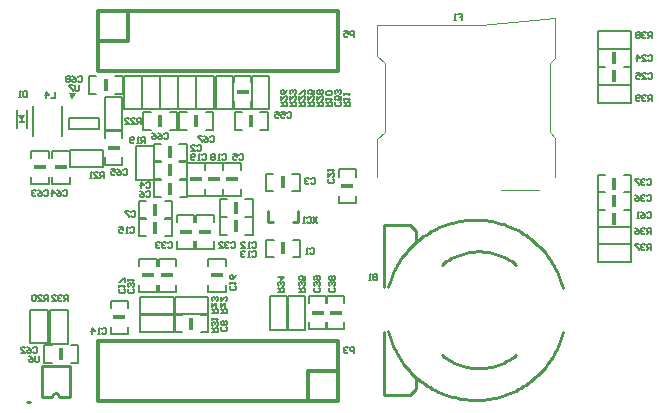
<source format=gbo>
G04*
G04 #@! TF.GenerationSoftware,Altium Limited,Altium Designer,22.7.1 (60)*
G04*
G04 Layer_Color=32896*
%FSLAX44Y44*%
%MOMM*%
G71*
G04*
G04 #@! TF.SameCoordinates,186F2EC3-0C17-4490-BAB8-18F5E94287E0*
G04*
G04*
G04 #@! TF.FilePolarity,Positive*
G04*
G01*
G75*
%ADD10C,0.2540*%
%ADD12C,0.2032*%
%ADD13C,0.2000*%
%ADD14C,0.1270*%
%ADD15C,0.1524*%
%ADD17R,0.4064X0.9906*%
%ADD18R,0.9906X0.4064*%
%ADD136C,0.1000*%
%ADD137C,0.3048*%
%ADD138R,0.6000X0.2000*%
G36*
X11430Y-98640D02*
X8430Y-92640D01*
X14430D01*
X11430Y-98640D01*
D02*
G37*
G36*
X54160Y-80280D02*
X51160Y-74030D01*
X57160D01*
X54160Y-80280D01*
D02*
G37*
G54D10*
X469362Y-239645D02*
X468713Y-237173D01*
X467981Y-234725D01*
X467168Y-232302D01*
X466274Y-229908D01*
X465300Y-227545D01*
X464247Y-225217D01*
X463117Y-222924D01*
X461910Y-220672D01*
X460629Y-218460D01*
X459274Y-216293D01*
X457848Y-214173D01*
X456351Y-212102D01*
X454785Y-210082D01*
X453153Y-208116D01*
X451455Y-206205D01*
X449695Y-204353D01*
X447873Y-202560D01*
X445992Y-200830D01*
X444055Y-199164D01*
X442062Y-197563D01*
X440017Y-196031D01*
X437922Y-194568D01*
X435779Y-193176D01*
X433590Y-191856D01*
X431358Y-190611D01*
X429086Y-189441D01*
X426776Y-188348D01*
X424431Y-187333D01*
X422052Y-186398D01*
X419644Y-185542D01*
X417209Y-184768D01*
X414748Y-184076D01*
X412267Y-183467D01*
X409766Y-182941D01*
X407248Y-182500D01*
X404718Y-182143D01*
X402177Y-181872D01*
X399628Y-181685D01*
X397074Y-181585D01*
X394519Y-181570D01*
X391964Y-181640D01*
X389413Y-181797D01*
X386869Y-182038D01*
X384335Y-182365D01*
X381812Y-182777D01*
X379305Y-183273D01*
X376816Y-183853D01*
X374348Y-184516D01*
X371904Y-185261D01*
X369486Y-186088D01*
X367097Y-186996D01*
X364739Y-187983D01*
X362417Y-189049D01*
X360131Y-190192D01*
X357885Y-191411D01*
X355681Y-192704D01*
X353521Y-194071D01*
X351409Y-195509D01*
X349346Y-197018D01*
X347335Y-198594D01*
X345378Y-200238D01*
X343477Y-201946D01*
X341634Y-203717D01*
X339852Y-205548D01*
X338132Y-207439D01*
X336477Y-209386D01*
X334888Y-211387D01*
X333366Y-213440D01*
X331915Y-215544D01*
X330535Y-217695D01*
X329227Y-219891D01*
X327994Y-222129D01*
X326837Y-224408D01*
X325757Y-226724D01*
X324756Y-229075D01*
X323833Y-231458D01*
X322991Y-233871D01*
X322231Y-236311D01*
X321552Y-238775D01*
X321665Y-276061D02*
X322308Y-278502D01*
X323031Y-280921D01*
X323834Y-283314D01*
X324716Y-285679D01*
X325676Y-288014D01*
X326712Y-290316D01*
X327825Y-292582D01*
X329011Y-294810D01*
X330271Y-296997D01*
X331603Y-299142D01*
X333004Y-301241D01*
X334475Y-303293D01*
X336013Y-305294D01*
X337616Y-307244D01*
X339283Y-309140D01*
X341012Y-310979D01*
X342800Y-312760D01*
X344647Y-314481D01*
X346550Y-316140D01*
X348507Y-317735D01*
X350515Y-319264D01*
X352573Y-320726D01*
X354678Y-322118D01*
X356829Y-323441D01*
X359021Y-324691D01*
X361255Y-325868D01*
X363525Y-326970D01*
X365831Y-327997D01*
X368170Y-328947D01*
X370539Y-329818D01*
X372936Y-330611D01*
X375357Y-331324D01*
X377801Y-331956D01*
X380265Y-332507D01*
X382745Y-332977D01*
X385239Y-333363D01*
X387745Y-333667D01*
X390260Y-333888D01*
X392781Y-334025D01*
X395304Y-334079D01*
X397828Y-334049D01*
X400350Y-333936D01*
X402867Y-333739D01*
X405375Y-333458D01*
X407873Y-333095D01*
X410358Y-332649D01*
X412827Y-332122D01*
X415276Y-331513D01*
X417704Y-330823D01*
X420108Y-330052D01*
X422486Y-329203D01*
X424833Y-328276D01*
X427149Y-327271D01*
X429430Y-326190D01*
X431674Y-325034D01*
X433879Y-323805D01*
X436041Y-322503D01*
X438160Y-321130D01*
X440231Y-319687D01*
X442254Y-318177D01*
X444226Y-316601D01*
X446144Y-314960D01*
X448007Y-313257D01*
X449813Y-311493D01*
X451559Y-309670D01*
X453243Y-307790D01*
X454865Y-305856D01*
X456422Y-303868D01*
X457912Y-301831D01*
X459333Y-299745D01*
X460685Y-297613D01*
X461965Y-295437D01*
X463173Y-293221D01*
X464306Y-290965D01*
X465365Y-288673D01*
X466347Y-286348D01*
X467251Y-283991D01*
X468076Y-281606D01*
X468822Y-279194D01*
X469488Y-276759D01*
X366688Y-295810D02*
X368689Y-297387D01*
X370768Y-298860D01*
X372921Y-300223D01*
X375140Y-301475D01*
X377421Y-302610D01*
X379757Y-303628D01*
X382142Y-304523D01*
X384570Y-305296D01*
X387035Y-305942D01*
X389529Y-306461D01*
X392047Y-306851D01*
X394581Y-307111D01*
X397126Y-307241D01*
X399674Y-307240D01*
X402218Y-307108D01*
X404753Y-306846D01*
X407270Y-306454D01*
X409764Y-305933D01*
X412228Y-305285D01*
X414656Y-304511D01*
X417040Y-303613D01*
X419375Y-302594D01*
X421655Y-301457D01*
X423874Y-300203D01*
X426025Y-298838D01*
X428103Y-297364D01*
X430103Y-295785D01*
X430161Y-219787D02*
X428159Y-218206D01*
X426078Y-216731D01*
X423924Y-215364D01*
X421703Y-214110D01*
X419421Y-212972D01*
X417082Y-211953D01*
X414695Y-211055D01*
X412265Y-210281D01*
X409798Y-209633D01*
X407301Y-209113D01*
X404780Y-208722D01*
X402243Y-208461D01*
X399696Y-208331D01*
X397145Y-208332D01*
X394598Y-208464D01*
X392061Y-208727D01*
X389540Y-209119D01*
X387044Y-209641D01*
X384577Y-210291D01*
X382147Y-211067D01*
X379760Y-211966D01*
X377423Y-212987D01*
X375141Y-214127D01*
X372921Y-215383D01*
X370768Y-216751D01*
X368689Y-218228D01*
X366688Y-219810D01*
X18132Y-335516D02*
X16132D01*
X18132D01*
X43132Y-331516D02*
X42253Y-329395D01*
X40132Y-328516D01*
X38011Y-329395D01*
X37132Y-331516D01*
X344688Y-324810D02*
Y-314810D01*
X344688Y-200810D02*
X344688Y-190810D01*
X317688Y-329873D02*
Y-276810D01*
Y-329873D02*
X339626D01*
X317688Y-238810D02*
Y-185873D01*
X339751D01*
X344688Y-190810D01*
X339626Y-329873D02*
X344688Y-324810D01*
X245410Y-183800D02*
Y-173800D01*
X219410Y-183800D02*
Y-173800D01*
Y-183800D02*
X223910D01*
X240910D02*
X245410D01*
X43132Y-331516D02*
X51882Y-331516D01*
X52132Y-331266D01*
Y-305766D01*
X28882Y-331516D02*
X37132Y-331516D01*
X28632Y-331266D02*
X28882Y-331516D01*
X28632Y-331266D02*
Y-305766D01*
X52132Y-305766D01*
G54D12*
X261620Y-274384D02*
X268986D01*
X268986Y-267780D02*
X268986Y-274384D01*
X254254Y-246064D02*
X268986D01*
X254254Y-274384D02*
Y-267780D01*
Y-274384D02*
X261620D01*
X268986Y-251778D02*
Y-246064D01*
X254254Y-251778D02*
Y-246064D01*
X276860Y-274384D02*
X284226D01*
X284226Y-267780D02*
X284226Y-274384D01*
X269494Y-246064D02*
X284226D01*
X269494Y-274384D02*
Y-267780D01*
Y-274384D02*
X276860D01*
X284226Y-246064D02*
X284226Y-251778D01*
X269494D02*
Y-246064D01*
X527304Y-29210D02*
Y-21844D01*
X498984D02*
X527304D01*
X498984Y-36576D02*
Y-21844D01*
Y-36576D02*
X527304D01*
Y-29210D01*
Y-74930D02*
Y-67564D01*
X498984D02*
X527304D01*
X498984Y-82296D02*
Y-67564D01*
Y-82296D02*
X527304D01*
Y-74930D01*
Y-195072D02*
Y-187706D01*
X498984D02*
X527304D01*
X498984Y-202438D02*
Y-187706D01*
Y-202438D02*
X527304D01*
Y-195072D01*
Y-209842D02*
Y-202476D01*
X498984D02*
X527304D01*
X498984Y-217208D02*
Y-202476D01*
Y-217208D02*
X527304D01*
Y-209842D01*
X163322Y-261874D02*
X169036D01*
X163322Y-276606D02*
X169036D01*
X140716Y-269240D02*
Y-261874D01*
X147320D01*
X169036Y-276606D02*
Y-261874D01*
X140716Y-276606D02*
X147320D01*
X140716D02*
Y-269240D01*
X521462Y-143510D02*
X527176D01*
X521462Y-158242D02*
X527176D01*
X498856Y-150876D02*
Y-143510D01*
X505460D01*
X527176Y-158242D02*
Y-143510D01*
X498856Y-158242D02*
X505460D01*
X498856D02*
Y-150876D01*
X521462Y-37046D02*
X527176D01*
X521462Y-51778D02*
X527176D01*
X498856Y-44412D02*
Y-37046D01*
X505460D01*
X527176Y-51778D02*
Y-37046D01*
X498856Y-51778D02*
X505460D01*
X498856D02*
Y-44412D01*
X521462Y-52324D02*
X527176D01*
X521462Y-67056D02*
X527176D01*
X498856Y-59690D02*
Y-52324D01*
X505460D01*
X527176Y-67056D02*
Y-52324D01*
X498856Y-67056D02*
X505460D01*
X498856D02*
Y-59690D01*
X228600Y-246126D02*
X235966D01*
Y-274446D02*
Y-246126D01*
X221234Y-274446D02*
X235966D01*
X221234D02*
Y-246126D01*
X228600D01*
X243840D02*
X251206D01*
Y-274446D02*
Y-246126D01*
X236474Y-274446D02*
X251206D01*
X236474D02*
Y-246126D01*
X243840D01*
X42964Y-258064D02*
X50330D01*
Y-286384D02*
Y-258064D01*
X35598Y-286384D02*
X50330D01*
X35598D02*
Y-258064D01*
X42964D01*
X18504Y-286258D02*
X25870D01*
X18504D02*
Y-257938D01*
X33236D01*
Y-286258D02*
Y-257938D01*
X25870Y-286258D02*
X33236D01*
X108204Y-147574D02*
X115570D01*
X108204D02*
Y-119254D01*
X122936D01*
Y-147574D02*
Y-119254D01*
X115570Y-147574D02*
X122936D01*
X81534Y-112268D02*
Y-106554D01*
X96266Y-112268D02*
Y-106554D01*
X81534Y-134874D02*
X88900D01*
X81534D02*
Y-128270D01*
Y-106554D02*
X96266D01*
Y-134874D02*
Y-128270D01*
X88900Y-134874D02*
X96266D01*
X191644Y-105156D02*
X197358D01*
X191644Y-90424D02*
X197358D01*
X219964Y-105156D02*
Y-97790D01*
X213360Y-105156D02*
X219964D01*
X191644D02*
Y-90424D01*
X213360D02*
X219964D01*
Y-97790D02*
Y-90424D01*
X213398Y-59436D02*
X220764D01*
Y-87756D02*
Y-59436D01*
X206032Y-87756D02*
X220764D01*
X206032D02*
Y-59436D01*
X213398D01*
X151384Y-124498D02*
Y-117132D01*
X144780D02*
X151384D01*
X123064Y-131864D02*
Y-117132D01*
X144780Y-131864D02*
X151384D01*
Y-124498D01*
X123064Y-117132D02*
X128778D01*
X123064Y-131864D02*
X128778D01*
X246634Y-149860D02*
Y-142494D01*
X240030D02*
X246634D01*
X218314Y-157226D02*
Y-142494D01*
X240030Y-157226D02*
X246634D01*
Y-149860D01*
X218314Y-142494D02*
X224028D01*
X218314Y-157226D02*
X224028D01*
X218186Y-213068D02*
Y-205702D01*
Y-213068D02*
X224790D01*
X246506D02*
Y-198336D01*
X218186D02*
X224790D01*
X218186Y-205702D02*
Y-198336D01*
X240792Y-213068D02*
X246506D01*
X240792Y-198336D02*
X246506D01*
X279654Y-138938D02*
X287020D01*
X279654Y-145542D02*
Y-138938D01*
Y-167258D02*
X294386D01*
Y-145542D02*
Y-138938D01*
X287020D02*
X294386D01*
X279654Y-167258D02*
Y-161544D01*
X294386Y-167258D02*
Y-161544D01*
X198120Y-87884D02*
X205486D01*
Y-81280D01*
X190754Y-59564D02*
X205486D01*
X190754Y-87884D02*
Y-81280D01*
Y-87884D02*
X198120D01*
X205486Y-65278D02*
Y-59564D01*
X190754Y-65278D02*
Y-59564D01*
X182880Y-87884D02*
X190246D01*
Y-59564D01*
X175514D02*
X190246D01*
X175514Y-87884D02*
Y-59564D01*
Y-87884D02*
X182880D01*
X166332D02*
X173698D01*
Y-59564D01*
X158966D02*
X173698D01*
X158966Y-87884D02*
Y-59564D01*
Y-87884D02*
X166332D01*
X143764Y-59436D02*
X151130D01*
X143764Y-87756D02*
Y-59436D01*
Y-87756D02*
X158496D01*
Y-59436D01*
X151130D02*
X158496D01*
X135852Y-87884D02*
X143218D01*
Y-59564D01*
X128486D02*
X143218D01*
X128486Y-87884D02*
Y-59564D01*
Y-87884D02*
X135852D01*
X113322Y-59436D02*
X120688D01*
X113322Y-87756D02*
Y-59436D01*
Y-87756D02*
X128054D01*
Y-59436D01*
X120688D02*
X128054D01*
X98044D02*
X105410D01*
X98044Y-87756D02*
Y-59436D01*
Y-87756D02*
X112776D01*
Y-59436D01*
X105410D02*
X112776D01*
X96774Y-67310D02*
Y-59944D01*
X90170D02*
X96774D01*
X68454Y-74676D02*
Y-59944D01*
X90170Y-74676D02*
X96774D01*
Y-67310D01*
X68454Y-59944D02*
X74168D01*
X68454Y-74676D02*
X74168D01*
X81496Y-105664D02*
X88862D01*
X81496D02*
Y-77344D01*
X96228D01*
Y-105664D02*
Y-77344D01*
X88862Y-105664D02*
X96228D01*
X19304Y-122936D02*
X26670D01*
X19304Y-129540D02*
Y-122936D01*
Y-151256D02*
X34036D01*
Y-129540D02*
Y-122936D01*
X26670D02*
X34036D01*
X19304Y-151256D02*
Y-145542D01*
X34036Y-151256D02*
Y-145542D01*
X51816Y-136906D02*
Y-129540D01*
Y-136906D02*
X80136D01*
Y-122174D01*
X51816D02*
X80136D01*
X51816Y-129540D02*
Y-122174D01*
X51854Y-151256D02*
Y-145542D01*
X37122Y-151256D02*
Y-145542D01*
X44488Y-122936D02*
X51854D01*
Y-129540D02*
Y-122936D01*
X37122Y-151256D02*
X51854D01*
X37122Y-129540D02*
Y-122936D01*
X44488D01*
X111506Y-276606D02*
Y-269240D01*
Y-276606D02*
X139826D01*
Y-261874D01*
X111506D02*
X139826D01*
X111506Y-269240D02*
Y-261874D01*
X114046Y-105156D02*
Y-97790D01*
Y-105156D02*
X120650D01*
X142366D02*
Y-90424D01*
X114046D02*
X120650D01*
X114046Y-97790D02*
Y-90424D01*
X136652Y-105156D02*
X142366D01*
X136652Y-90424D02*
X142366D01*
X144526Y-105118D02*
Y-97752D01*
Y-105118D02*
X151130D01*
X172846D02*
Y-90386D01*
X144526D02*
X151130D01*
X144526Y-97752D02*
Y-90386D01*
X167132Y-105118D02*
X172846D01*
X167132Y-90386D02*
X172846D01*
X181902Y-133096D02*
X189268D01*
X181902Y-139700D02*
Y-133096D01*
X181902Y-161416D02*
X196634D01*
Y-139700D02*
Y-133096D01*
X189268D02*
X196634D01*
X181902Y-161416D02*
Y-155702D01*
X196634Y-161416D02*
Y-155702D01*
X166662Y-133096D02*
X174028D01*
X166662Y-139700D02*
Y-133096D01*
Y-161416D02*
X181394D01*
Y-139700D02*
Y-133096D01*
X174028D02*
X181394D01*
X166662Y-161416D02*
Y-155702D01*
X181394Y-161416D02*
Y-155702D01*
X151422Y-133096D02*
X158788D01*
X151422Y-139700D02*
Y-133096D01*
Y-161416D02*
X166154D01*
Y-139700D02*
Y-133096D01*
X158788D02*
X166154D01*
X151422Y-161416D02*
Y-155702D01*
X166154Y-161416D02*
Y-155702D01*
X122936Y-147028D02*
Y-139662D01*
Y-147028D02*
X129540D01*
X151256D02*
Y-132296D01*
X122936D02*
X129540D01*
X122936Y-139662D02*
Y-132296D01*
X145542Y-147028D02*
X151256D01*
X145542Y-132296D02*
X151256D01*
X122936Y-162306D02*
Y-154940D01*
Y-162306D02*
X129540D01*
X151256D02*
Y-147574D01*
X122936D02*
X129540D01*
X122936Y-154940D02*
Y-147574D01*
X145542Y-162306D02*
X151256D01*
X145542Y-147574D02*
X151256D01*
X110236Y-180086D02*
Y-172720D01*
Y-180086D02*
X116840D01*
X138556D02*
Y-165354D01*
X110236D02*
X116840D01*
X110236Y-172720D02*
Y-165354D01*
X132842Y-180086D02*
X138556D01*
X132842Y-165354D02*
X138556D01*
X110236Y-195326D02*
Y-187960D01*
Y-195326D02*
X116840D01*
X138556D02*
Y-180594D01*
X110236D02*
X116840D01*
X110236Y-187960D02*
Y-180594D01*
X132842Y-195326D02*
X138556D01*
X132842Y-180594D02*
X138556D01*
X149860Y-205994D02*
X157226D01*
Y-199390D01*
X142494Y-177674D02*
X157226D01*
X142494Y-205994D02*
Y-199390D01*
Y-205994D02*
X149860D01*
X157226Y-183388D02*
Y-177674D01*
X142494Y-183388D02*
Y-177674D01*
X166370Y-205994D02*
X173736D01*
Y-199390D01*
X159004Y-177674D02*
X173736D01*
X159004Y-205994D02*
Y-199390D01*
Y-205994D02*
X166370D01*
X173736Y-183388D02*
Y-177674D01*
X159004Y-183388D02*
Y-177674D01*
X207264Y-171488D02*
Y-164122D01*
X200660D02*
X207264D01*
X178944Y-178854D02*
Y-164122D01*
X200660Y-178854D02*
X207264D01*
Y-171488D01*
X178944Y-164122D02*
X184658D01*
X178944Y-178854D02*
X184658D01*
X207264Y-186690D02*
Y-179324D01*
X200660D02*
X207264D01*
X178944Y-194056D02*
Y-179324D01*
X200660Y-194056D02*
X207264D01*
Y-186690D01*
X178944Y-179324D02*
X184658D01*
X178944Y-194056D02*
X184658D01*
X110782Y-214376D02*
X118148D01*
X110782Y-220980D02*
Y-214376D01*
Y-242696D02*
X125514D01*
Y-220980D02*
Y-214376D01*
X118148D02*
X125514D01*
X110782Y-242696D02*
Y-236982D01*
X125514Y-242696D02*
Y-236982D01*
X127254Y-214376D02*
X134620D01*
X127254Y-220980D02*
Y-214376D01*
Y-242696D02*
X141986D01*
Y-220980D02*
Y-214376D01*
X134620D02*
X141986D01*
X127254Y-242696D02*
Y-236982D01*
X141986Y-242696D02*
Y-236982D01*
X169164Y-214376D02*
X176530D01*
X169164Y-220980D02*
Y-214376D01*
Y-242696D02*
X183896D01*
Y-220980D02*
Y-214376D01*
X176530D02*
X183896D01*
X169164Y-242696D02*
Y-236982D01*
X183896Y-242696D02*
Y-236982D01*
X169164Y-261404D02*
Y-254038D01*
X140844Y-261404D02*
X169164D01*
X140844D02*
Y-246672D01*
X169164D01*
Y-254038D02*
Y-246672D01*
X139954Y-261404D02*
Y-254038D01*
X111634Y-261404D02*
X139954D01*
X111634D02*
Y-246672D01*
X139954D01*
Y-254038D02*
Y-246672D01*
X86614Y-249936D02*
X93980D01*
X86614Y-256540D02*
Y-249936D01*
Y-278256D02*
X101346D01*
Y-256540D02*
Y-249936D01*
X93980D02*
X101346D01*
X86614Y-278256D02*
Y-272542D01*
X101346Y-278256D02*
Y-272542D01*
X30480Y-302514D02*
Y-295148D01*
Y-302514D02*
X37084D01*
X58800D02*
Y-287782D01*
X30480D02*
X37084D01*
X30480Y-295148D02*
Y-287782D01*
X53086Y-302514D02*
X58800D01*
X53086Y-287782D02*
X58800D01*
X498856Y-172974D02*
Y-165608D01*
Y-172974D02*
X505460D01*
X527176D02*
Y-158242D01*
X498856Y-158242D02*
X505460D01*
X498856Y-165608D02*
Y-158242D01*
X521462Y-172974D02*
X527176D01*
X521462Y-158242D02*
X527176Y-158242D01*
X498856Y-187706D02*
Y-180340D01*
Y-187706D02*
X505460D01*
X527176Y-172974D02*
X527176Y-187706D01*
X498856Y-172974D02*
X505460D01*
X498856Y-180340D02*
Y-172974D01*
X521462Y-187706D02*
X527176D01*
X521462Y-172974D02*
X527176D01*
G54D13*
X51660Y-95780D02*
X76660D01*
X51660Y-104280D02*
X51660Y-95780D01*
X51660Y-104280D02*
X76660D01*
X76660Y-95780D02*
X76660Y-104280D01*
X20574Y-110290D02*
Y-85290D01*
X45520Y-85290D02*
X45520Y-110236D01*
G54D14*
X544489Y-27685D02*
Y-22607D01*
X541950D01*
X541104Y-23453D01*
Y-25146D01*
X541950Y-25992D01*
X544489D01*
X542796D02*
X541104Y-27685D01*
X539411Y-23453D02*
X538564Y-22607D01*
X536872D01*
X536025Y-23453D01*
Y-24300D01*
X536872Y-25146D01*
X537718D01*
X536872D01*
X536025Y-25992D01*
Y-26839D01*
X536872Y-27685D01*
X538564D01*
X539411Y-26839D01*
X534332Y-23453D02*
X533486Y-22607D01*
X531793D01*
X530947Y-23453D01*
Y-24300D01*
X531793Y-25146D01*
X530947Y-25992D01*
Y-26839D01*
X531793Y-27685D01*
X533486D01*
X534332Y-26839D01*
Y-25992D01*
X533486Y-25146D01*
X534332Y-24300D01*
Y-23453D01*
X533486Y-25146D02*
X531793D01*
X544489Y-80771D02*
Y-75693D01*
X541950D01*
X541104Y-76539D01*
Y-78232D01*
X541950Y-79078D01*
X544489D01*
X542796D02*
X541104Y-80771D01*
X539411Y-76539D02*
X538564Y-75693D01*
X536872D01*
X536025Y-76539D01*
Y-77386D01*
X536872Y-78232D01*
X537718D01*
X536872D01*
X536025Y-79078D01*
Y-79925D01*
X536872Y-80771D01*
X538564D01*
X539411Y-79925D01*
X534332D02*
X533486Y-80771D01*
X531793D01*
X530947Y-79925D01*
Y-76539D01*
X531793Y-75693D01*
X533486D01*
X534332Y-76539D01*
Y-77386D01*
X533486Y-78232D01*
X530947D01*
X544235Y-207009D02*
Y-201931D01*
X541696D01*
X540850Y-202777D01*
Y-204470D01*
X541696Y-205316D01*
X544235D01*
X542542D02*
X540850Y-207009D01*
X539157Y-202777D02*
X538310Y-201931D01*
X536618D01*
X535771Y-202777D01*
Y-203624D01*
X536618Y-204470D01*
X537464D01*
X536618D01*
X535771Y-205316D01*
Y-206163D01*
X536618Y-207009D01*
X538310D01*
X539157Y-206163D01*
X534078Y-201931D02*
X530693D01*
Y-202777D01*
X534078Y-206163D01*
Y-207009D01*
X544235Y-193357D02*
Y-188278D01*
X541696D01*
X540850Y-189125D01*
Y-190818D01*
X541696Y-191664D01*
X544235D01*
X542542D02*
X540850Y-193357D01*
X539157Y-189125D02*
X538310Y-188278D01*
X536618D01*
X535771Y-189125D01*
Y-189971D01*
X536618Y-190818D01*
X537464D01*
X536618D01*
X535771Y-191664D01*
Y-192510D01*
X536618Y-193357D01*
X538310D01*
X539157Y-192510D01*
X530693Y-188278D02*
X532386Y-189125D01*
X534078Y-190818D01*
Y-192510D01*
X533232Y-193357D01*
X531539D01*
X530693Y-192510D01*
Y-191664D01*
X531539Y-190818D01*
X534078D01*
X184573Y-272626D02*
X185419Y-273473D01*
Y-275166D01*
X184573Y-276012D01*
X181187D01*
X180341Y-275166D01*
Y-273473D01*
X181187Y-272626D01*
X184573Y-270934D02*
X185419Y-270087D01*
Y-268394D01*
X184573Y-267548D01*
X183726D01*
X182880Y-268394D01*
X182034Y-267548D01*
X181187D01*
X180341Y-268394D01*
Y-270087D01*
X181187Y-270934D01*
X182034D01*
X182880Y-270087D01*
X183726Y-270934D01*
X184573D01*
X182880Y-270087D02*
Y-268394D01*
X263313Y-239606D02*
X264159Y-240452D01*
Y-242145D01*
X263313Y-242991D01*
X259927D01*
X259081Y-242145D01*
Y-240452D01*
X259927Y-239606D01*
X263313Y-237913D02*
X264159Y-237066D01*
Y-235374D01*
X263313Y-234527D01*
X262466D01*
X261620Y-235374D01*
Y-236220D01*
Y-235374D01*
X260774Y-234527D01*
X259927D01*
X259081Y-235374D01*
Y-237066D01*
X259927Y-237913D01*
Y-232834D02*
X259081Y-231988D01*
Y-230295D01*
X259927Y-229449D01*
X263313D01*
X264159Y-230295D01*
Y-231988D01*
X263313Y-232834D01*
X262466D01*
X261620Y-231988D01*
Y-229449D01*
X276013Y-239606D02*
X276859Y-240452D01*
Y-242145D01*
X276013Y-242991D01*
X272627D01*
X271781Y-242145D01*
Y-240452D01*
X272627Y-239606D01*
X276013Y-237913D02*
X276859Y-237066D01*
Y-235374D01*
X276013Y-234527D01*
X275166D01*
X274320Y-235374D01*
Y-236220D01*
Y-235374D01*
X273474Y-234527D01*
X272627D01*
X271781Y-235374D01*
Y-237066D01*
X272627Y-237913D01*
X276013Y-232834D02*
X276859Y-231988D01*
Y-230295D01*
X276013Y-229449D01*
X275166D01*
X274320Y-230295D01*
X273474Y-229449D01*
X272627D01*
X271781Y-230295D01*
Y-231988D01*
X272627Y-232834D01*
X273474D01*
X274320Y-231988D01*
X275166Y-232834D01*
X276013D01*
X274320Y-231988D02*
Y-230295D01*
X540850Y-148167D02*
X541696Y-147321D01*
X543389D01*
X544235Y-148167D01*
Y-151553D01*
X543389Y-152399D01*
X541696D01*
X540850Y-151553D01*
X539157Y-148167D02*
X538310Y-147321D01*
X536618D01*
X535771Y-148167D01*
Y-149014D01*
X536618Y-149860D01*
X537464D01*
X536618D01*
X535771Y-150706D01*
Y-151553D01*
X536618Y-152399D01*
X538310D01*
X539157Y-151553D01*
X534078Y-147321D02*
X530693D01*
Y-148167D01*
X534078Y-151553D01*
Y-152399D01*
X541104Y-57743D02*
X541950Y-56897D01*
X543643D01*
X544489Y-57743D01*
Y-61129D01*
X543643Y-61975D01*
X541950D01*
X541104Y-61129D01*
X536025Y-61975D02*
X539411D01*
X536025Y-58590D01*
Y-57743D01*
X536872Y-56897D01*
X538564D01*
X539411Y-57743D01*
X530947Y-56897D02*
X534332D01*
Y-59436D01*
X532640Y-58590D01*
X531793D01*
X530947Y-59436D01*
Y-61129D01*
X531793Y-61975D01*
X533486D01*
X534332Y-61129D01*
X541104Y-42503D02*
X541950Y-41657D01*
X543643D01*
X544489Y-42503D01*
Y-45889D01*
X543643Y-46735D01*
X541950D01*
X541104Y-45889D01*
X536025Y-46735D02*
X539411D01*
X536025Y-43350D01*
Y-42503D01*
X536872Y-41657D01*
X538564D01*
X539411Y-42503D01*
X531793Y-46735D02*
Y-41657D01*
X534332Y-44196D01*
X530947D01*
X246381Y-242991D02*
X251459D01*
Y-240452D01*
X250613Y-239606D01*
X248920D01*
X248074Y-240452D01*
Y-242991D01*
Y-241298D02*
X246381Y-239606D01*
X250613Y-237913D02*
X251459Y-237066D01*
Y-235374D01*
X250613Y-234527D01*
X249766D01*
X248920Y-235374D01*
Y-236220D01*
Y-235374D01*
X248074Y-234527D01*
X247227D01*
X246381Y-235374D01*
Y-237066D01*
X247227Y-237913D01*
X251459Y-229449D02*
Y-232834D01*
X248920D01*
X249766Y-231142D01*
Y-230295D01*
X248920Y-229449D01*
X247227D01*
X246381Y-230295D01*
Y-231988D01*
X247227Y-232834D01*
X228601Y-242991D02*
X233679D01*
Y-240452D01*
X232833Y-239606D01*
X231140D01*
X230294Y-240452D01*
Y-242991D01*
Y-241298D02*
X228601Y-239606D01*
X232833Y-237913D02*
X233679Y-237066D01*
Y-235374D01*
X232833Y-234527D01*
X231986D01*
X231140Y-235374D01*
Y-236220D01*
Y-235374D01*
X230294Y-234527D01*
X229447D01*
X228601Y-235374D01*
Y-237066D01*
X229447Y-237913D01*
X228601Y-230295D02*
X233679D01*
X231140Y-232834D01*
Y-229449D01*
X50112Y-250678D02*
Y-245600D01*
X47573D01*
X46726Y-246446D01*
Y-248139D01*
X47573Y-248985D01*
X50112D01*
X48419D02*
X46726Y-250678D01*
X45034Y-246446D02*
X44187Y-245600D01*
X42495D01*
X41648Y-246446D01*
Y-247292D01*
X42495Y-248139D01*
X43341D01*
X42495D01*
X41648Y-248985D01*
Y-249832D01*
X42495Y-250678D01*
X44187D01*
X45034Y-249832D01*
X36570Y-250678D02*
X39955D01*
X36570Y-247292D01*
Y-246446D01*
X37416Y-245600D01*
X39109D01*
X39955Y-246446D01*
X33094Y-250678D02*
Y-245600D01*
X30555D01*
X29708Y-246446D01*
Y-248139D01*
X30555Y-248985D01*
X33094D01*
X31401D02*
X29708Y-250678D01*
X24630D02*
X28016D01*
X24630Y-247292D01*
Y-246446D01*
X25477Y-245600D01*
X27169D01*
X28016Y-246446D01*
X22937D02*
X22091Y-245600D01*
X20398D01*
X19552Y-246446D01*
Y-249832D01*
X20398Y-250678D01*
X22091D01*
X22937Y-249832D01*
Y-246446D01*
X115822Y-116839D02*
Y-111761D01*
X113283D01*
X112436Y-112607D01*
Y-114300D01*
X113283Y-115146D01*
X115822D01*
X114129D02*
X112436Y-116839D01*
X110744D02*
X109051D01*
X109897D01*
Y-111761D01*
X110744Y-112607D01*
X106512Y-115993D02*
X105665Y-116839D01*
X103972D01*
X103126Y-115993D01*
Y-112607D01*
X103972Y-111761D01*
X105665D01*
X106512Y-112607D01*
Y-113454D01*
X105665Y-114300D01*
X103126D01*
X97112Y-139023D02*
X97958Y-138177D01*
X99651D01*
X100497Y-139023D01*
Y-142409D01*
X99651Y-143255D01*
X97958D01*
X97112Y-142409D01*
X92033Y-138177D02*
X93726Y-139023D01*
X95419Y-140716D01*
Y-142409D01*
X94572Y-143255D01*
X92880D01*
X92033Y-142409D01*
Y-141562D01*
X92880Y-140716D01*
X95419D01*
X86955Y-138177D02*
X90340D01*
Y-140716D01*
X88648Y-139870D01*
X87801D01*
X86955Y-140716D01*
Y-142409D01*
X87801Y-143255D01*
X89494D01*
X90340Y-142409D01*
X21166Y-290407D02*
X22012Y-289561D01*
X23705D01*
X24551Y-290407D01*
Y-293793D01*
X23705Y-294639D01*
X22012D01*
X21166Y-293793D01*
X16087Y-289561D02*
X17780Y-290407D01*
X19473Y-292100D01*
Y-293793D01*
X18626Y-294639D01*
X16934D01*
X16087Y-293793D01*
Y-292946D01*
X16934Y-292100D01*
X19473D01*
X11009Y-294639D02*
X14394D01*
X11009Y-291254D01*
Y-290407D01*
X11855Y-289561D01*
X13548D01*
X14394Y-290407D01*
X172721Y-276435D02*
X177799D01*
Y-273895D01*
X176953Y-273049D01*
X175260D01*
X174414Y-273895D01*
Y-276435D01*
Y-274742D02*
X172721Y-273049D01*
X176953Y-271356D02*
X177799Y-270510D01*
Y-268817D01*
X176953Y-267971D01*
X176106D01*
X175260Y-268817D01*
Y-269664D01*
Y-268817D01*
X174414Y-267971D01*
X173567D01*
X172721Y-268817D01*
Y-270510D01*
X173567Y-271356D01*
X172721Y-266278D02*
Y-264585D01*
Y-265432D01*
X177799D01*
X176953Y-266278D01*
X292522Y-26669D02*
Y-21591D01*
X289983D01*
X289136Y-22437D01*
Y-24130D01*
X289983Y-24976D01*
X292522D01*
X284058Y-21591D02*
X287444D01*
Y-24130D01*
X285751Y-23284D01*
X284904D01*
X284058Y-24130D01*
Y-25823D01*
X284904Y-26669D01*
X286597D01*
X287444Y-25823D01*
X261195Y-179071D02*
X257809Y-184149D01*
Y-179071D02*
X261195Y-184149D01*
X252731Y-179917D02*
X253577Y-179071D01*
X255270D01*
X256116Y-179917D01*
Y-183303D01*
X255270Y-184149D01*
X253577D01*
X252731Y-183303D01*
X251038Y-184149D02*
X249345D01*
X250192D01*
Y-179071D01*
X251038Y-179917D01*
X60112Y-67311D02*
Y-71543D01*
X59265Y-72389D01*
X57573D01*
X56726Y-71543D01*
Y-67311D01*
X55034D02*
X51648D01*
Y-68157D01*
X55034Y-71543D01*
Y-72389D01*
X25822Y-297181D02*
Y-301413D01*
X24976Y-302259D01*
X23283D01*
X22436Y-301413D01*
Y-297181D01*
X17358D02*
X19051Y-298027D01*
X20744Y-299720D01*
Y-301413D01*
X19897Y-302259D01*
X18204D01*
X17358Y-301413D01*
Y-300566D01*
X18204Y-299720D01*
X20744D01*
X172721Y-260771D02*
X177799D01*
Y-258232D01*
X176953Y-257386D01*
X175260D01*
X174414Y-258232D01*
Y-260771D01*
Y-259078D02*
X172721Y-257386D01*
X176106Y-255693D02*
Y-252307D01*
X172721Y-255693D01*
Y-252307D01*
X176953Y-250614D02*
X177799Y-249768D01*
Y-248075D01*
X176953Y-247229D01*
X176106D01*
X175260Y-248075D01*
Y-248922D01*
Y-248075D01*
X174414Y-247229D01*
X173567D01*
X172721Y-248075D01*
Y-249768D01*
X173567Y-250614D01*
X180341Y-260771D02*
X185419D01*
Y-258232D01*
X184573Y-257386D01*
X182880D01*
X182034Y-258232D01*
Y-260771D01*
Y-259078D02*
X180341Y-257386D01*
X183726Y-255693D02*
Y-252307D01*
X180341Y-255693D01*
Y-252307D01*
Y-247229D02*
Y-250614D01*
X183726Y-247229D01*
X184573D01*
X185419Y-248075D01*
Y-249768D01*
X184573Y-250614D01*
X261621Y-85511D02*
X266699D01*
Y-82972D01*
X265853Y-82126D01*
X264160D01*
X263314Y-82972D01*
Y-85511D01*
Y-83818D02*
X261621Y-82126D01*
Y-77047D02*
Y-80433D01*
X265006Y-77047D01*
X265853D01*
X266699Y-77894D01*
Y-79586D01*
X265853Y-80433D01*
Y-75354D02*
X266699Y-74508D01*
Y-72815D01*
X265853Y-71969D01*
X265006D01*
X264160Y-72815D01*
X263314Y-71969D01*
X262467D01*
X261621Y-72815D01*
Y-74508D01*
X262467Y-75354D01*
X263314D01*
X264160Y-74508D01*
X265006Y-75354D01*
X265853D01*
X264160Y-74508D02*
Y-72815D01*
X246381Y-85511D02*
X251459D01*
Y-82972D01*
X250613Y-82126D01*
X248920D01*
X248074Y-82972D01*
Y-85511D01*
Y-83818D02*
X246381Y-82126D01*
Y-77047D02*
Y-80433D01*
X249766Y-77047D01*
X250613D01*
X251459Y-77894D01*
Y-79586D01*
X250613Y-80433D01*
X251459Y-75354D02*
Y-71969D01*
X250613D01*
X247227Y-75354D01*
X246381D01*
X231141Y-85511D02*
X236219D01*
Y-82972D01*
X235373Y-82126D01*
X233680D01*
X232834Y-82972D01*
Y-85511D01*
Y-83818D02*
X231141Y-82126D01*
Y-77047D02*
Y-80433D01*
X234526Y-77047D01*
X235373D01*
X236219Y-77894D01*
Y-79586D01*
X235373Y-80433D01*
X236219Y-71969D02*
X235373Y-73662D01*
X233680Y-75354D01*
X231987D01*
X231141Y-74508D01*
Y-72815D01*
X231987Y-71969D01*
X232834D01*
X233680Y-72815D01*
Y-75354D01*
X254001Y-85511D02*
X259079D01*
Y-82972D01*
X258233Y-82126D01*
X256540D01*
X255694Y-82972D01*
Y-85511D01*
Y-83818D02*
X254001Y-82126D01*
Y-77047D02*
Y-80433D01*
X257386Y-77047D01*
X258233D01*
X259079Y-77894D01*
Y-79586D01*
X258233Y-80433D01*
X259079Y-71969D02*
Y-75354D01*
X256540D01*
X257386Y-73662D01*
Y-72815D01*
X256540Y-71969D01*
X254847D01*
X254001Y-72815D01*
Y-74508D01*
X254847Y-75354D01*
X238761Y-85511D02*
X243839D01*
Y-82972D01*
X242993Y-82126D01*
X241300D01*
X240454Y-82972D01*
Y-85511D01*
Y-83818D02*
X238761Y-82126D01*
Y-77047D02*
Y-80433D01*
X242146Y-77047D01*
X242993D01*
X243839Y-77894D01*
Y-79586D01*
X242993Y-80433D01*
Y-75354D02*
X243839Y-74508D01*
Y-72815D01*
X242993Y-71969D01*
X242146D01*
X241300Y-72815D01*
Y-73662D01*
Y-72815D01*
X240454Y-71969D01*
X239607D01*
X238761Y-72815D01*
Y-74508D01*
X239607Y-75354D01*
X112181Y-100329D02*
Y-95251D01*
X109642D01*
X108796Y-96097D01*
Y-97790D01*
X109642Y-98636D01*
X112181D01*
X110488D02*
X108796Y-100329D01*
X103717D02*
X107103D01*
X103717Y-96944D01*
Y-96097D01*
X104564Y-95251D01*
X106256D01*
X107103Y-96097D01*
X98639Y-100329D02*
X102024D01*
X98639Y-96944D01*
Y-96097D01*
X99485Y-95251D01*
X101178D01*
X102024Y-96097D01*
X80855Y-146049D02*
Y-140971D01*
X78316D01*
X77469Y-141817D01*
Y-143510D01*
X78316Y-144356D01*
X80855D01*
X79162D02*
X77469Y-146049D01*
X72391D02*
X75776D01*
X72391Y-142664D01*
Y-141817D01*
X73237Y-140971D01*
X74930D01*
X75776Y-141817D01*
X70698Y-146049D02*
X69005D01*
X69852D01*
Y-140971D01*
X70698Y-141817D01*
X284481Y-85511D02*
X289559D01*
Y-82972D01*
X288713Y-82126D01*
X287020D01*
X286174Y-82972D01*
Y-85511D01*
Y-83818D02*
X284481Y-82126D01*
Y-80433D02*
Y-78740D01*
Y-79586D01*
X289559D01*
X288713Y-80433D01*
X284481Y-76201D02*
Y-74508D01*
Y-75354D01*
X289559D01*
X288713Y-76201D01*
X269241Y-85511D02*
X274319D01*
Y-82972D01*
X273473Y-82126D01*
X271780D01*
X270934Y-82972D01*
Y-85511D01*
Y-83818D02*
X269241Y-82126D01*
Y-80433D02*
Y-78740D01*
Y-79586D01*
X274319D01*
X273473Y-80433D01*
Y-76201D02*
X274319Y-75354D01*
Y-73662D01*
X273473Y-72815D01*
X270087D01*
X269241Y-73662D01*
Y-75354D01*
X270087Y-76201D01*
X273473D01*
X292522Y-294639D02*
Y-289561D01*
X289983D01*
X289136Y-290407D01*
Y-292100D01*
X289983Y-292946D01*
X292522D01*
X287444Y-290407D02*
X286597Y-289561D01*
X284904D01*
X284058Y-290407D01*
Y-291254D01*
X284904Y-292100D01*
X285751D01*
X284904D01*
X284058Y-292946D01*
Y-293793D01*
X284904Y-294639D01*
X286597D01*
X287444Y-293793D01*
X39792Y-73661D02*
Y-78739D01*
X36406D01*
X32174D02*
Y-73661D01*
X34714Y-76200D01*
X31328D01*
X381000Y-7621D02*
X384386D01*
Y-10160D01*
X382693D01*
X384386D01*
Y-12699D01*
X379307D02*
X377614D01*
X378461D01*
Y-7621D01*
X379307Y-8467D01*
X15314Y-72880D02*
Y-77958D01*
X12775D01*
X11928Y-77112D01*
Y-73726D01*
X12775Y-72880D01*
X15314D01*
X10236Y-77958D02*
X8543D01*
X9389D01*
Y-72880D01*
X10236Y-73726D01*
X540850Y-175472D02*
X541696Y-174626D01*
X543389D01*
X544235Y-175472D01*
Y-178858D01*
X543389Y-179704D01*
X541696D01*
X540850Y-178858D01*
X535771Y-174626D02*
X537464Y-175472D01*
X539157Y-177165D01*
Y-178858D01*
X538310Y-179704D01*
X536618D01*
X535771Y-178858D01*
Y-178011D01*
X536618Y-177165D01*
X539157D01*
X534078Y-179704D02*
X532386D01*
X533232D01*
Y-174626D01*
X534078Y-175472D01*
X59266Y-60537D02*
X60112Y-59691D01*
X61805D01*
X62651Y-60537D01*
Y-63923D01*
X61805Y-64769D01*
X60112D01*
X59266Y-63923D01*
X54187Y-59691D02*
X55880Y-60537D01*
X57573Y-62230D01*
Y-63923D01*
X56726Y-64769D01*
X55034D01*
X54187Y-63923D01*
Y-63076D01*
X55034Y-62230D01*
X57573D01*
X52494Y-60537D02*
X51648Y-59691D01*
X49955D01*
X49109Y-60537D01*
Y-61384D01*
X49955Y-62230D01*
X49109Y-63076D01*
Y-63923D01*
X49955Y-64769D01*
X51648D01*
X52494Y-63923D01*
Y-63076D01*
X51648Y-62230D01*
X52494Y-61384D01*
Y-60537D01*
X51648Y-62230D02*
X49955D01*
X171026Y-111337D02*
X171872Y-110491D01*
X173565D01*
X174411Y-111337D01*
Y-114723D01*
X173565Y-115569D01*
X171872D01*
X171026Y-114723D01*
X165947Y-110491D02*
X167640Y-111337D01*
X169333Y-113030D01*
Y-114723D01*
X168486Y-115569D01*
X166794D01*
X165947Y-114723D01*
Y-113876D01*
X166794Y-113030D01*
X169333D01*
X164254Y-110491D02*
X160869D01*
Y-111337D01*
X164254Y-114723D01*
Y-115569D01*
X131656Y-108797D02*
X132502Y-107951D01*
X134195D01*
X135041Y-108797D01*
Y-112183D01*
X134195Y-113029D01*
X132502D01*
X131656Y-112183D01*
X126577Y-107951D02*
X128270Y-108797D01*
X129963Y-110490D01*
Y-112183D01*
X129116Y-113029D01*
X127424D01*
X126577Y-112183D01*
Y-111336D01*
X127424Y-110490D01*
X129963D01*
X121499Y-107951D02*
X123192Y-108797D01*
X124884Y-110490D01*
Y-112183D01*
X124038Y-113029D01*
X122345D01*
X121499Y-112183D01*
Y-111336D01*
X122345Y-110490D01*
X124884D01*
X46566Y-157057D02*
X47412Y-156211D01*
X49105D01*
X49951Y-157057D01*
Y-160443D01*
X49105Y-161289D01*
X47412D01*
X46566Y-160443D01*
X41487Y-156211D02*
X43180Y-157057D01*
X44873Y-158750D01*
Y-160443D01*
X44026Y-161289D01*
X42334D01*
X41487Y-160443D01*
Y-159596D01*
X42334Y-158750D01*
X44873D01*
X37255Y-161289D02*
Y-156211D01*
X39794Y-158750D01*
X36409D01*
X30056Y-157057D02*
X30902Y-156211D01*
X32595D01*
X33441Y-157057D01*
Y-160443D01*
X32595Y-161289D01*
X30902D01*
X30056Y-160443D01*
X24977Y-156211D02*
X26670Y-157057D01*
X28363Y-158750D01*
Y-160443D01*
X27516Y-161289D01*
X25824D01*
X24977Y-160443D01*
Y-159596D01*
X25824Y-158750D01*
X28363D01*
X23284Y-157057D02*
X22438Y-156211D01*
X20745D01*
X19899Y-157057D01*
Y-157904D01*
X20745Y-158750D01*
X21592D01*
X20745D01*
X19899Y-159596D01*
Y-160443D01*
X20745Y-161289D01*
X22438D01*
X23284Y-160443D01*
X235796Y-91017D02*
X236642Y-90171D01*
X238335D01*
X239181Y-91017D01*
Y-94403D01*
X238335Y-95249D01*
X236642D01*
X235796Y-94403D01*
X230717Y-90171D02*
X234103D01*
Y-92710D01*
X232410Y-91864D01*
X231564D01*
X230717Y-92710D01*
Y-94403D01*
X231564Y-95249D01*
X233256D01*
X234103Y-94403D01*
X225639Y-90171D02*
X229024D01*
Y-92710D01*
X227332Y-91864D01*
X226485D01*
X225639Y-92710D01*
Y-94403D01*
X226485Y-95249D01*
X228178D01*
X229024Y-94403D01*
X281093Y-82126D02*
X281939Y-82972D01*
Y-84665D01*
X281093Y-85511D01*
X277707D01*
X276861Y-84665D01*
Y-82972D01*
X277707Y-82126D01*
X281939Y-77047D02*
Y-80433D01*
X279400D01*
X280246Y-78740D01*
Y-77894D01*
X279400Y-77047D01*
X277707D01*
X276861Y-77894D01*
Y-79586D01*
X277707Y-80433D01*
X281093Y-75354D02*
X281939Y-74508D01*
Y-72815D01*
X281093Y-71969D01*
X280246D01*
X279400Y-72815D01*
Y-73662D01*
Y-72815D01*
X278554Y-71969D01*
X277707D01*
X276861Y-72815D01*
Y-74508D01*
X277707Y-75354D01*
X540850Y-161820D02*
X541696Y-160973D01*
X543389D01*
X544235Y-161820D01*
Y-165205D01*
X543389Y-166052D01*
X541696D01*
X540850Y-165205D01*
X539157Y-161820D02*
X538310Y-160973D01*
X536618D01*
X535771Y-161820D01*
Y-162666D01*
X536618Y-163512D01*
X537464D01*
X536618D01*
X535771Y-164359D01*
Y-165205D01*
X536618Y-166052D01*
X538310D01*
X539157Y-165205D01*
X530693Y-160973D02*
X532386Y-161820D01*
X534078Y-163512D01*
Y-165205D01*
X533232Y-166052D01*
X531539D01*
X530693Y-165205D01*
Y-164359D01*
X531539Y-163512D01*
X534078D01*
X135466Y-201507D02*
X136312Y-200661D01*
X138005D01*
X138851Y-201507D01*
Y-204893D01*
X138005Y-205739D01*
X136312D01*
X135466Y-204893D01*
X133773Y-201507D02*
X132926Y-200661D01*
X131234D01*
X130387Y-201507D01*
Y-202354D01*
X131234Y-203200D01*
X132080D01*
X131234D01*
X130387Y-204046D01*
Y-204893D01*
X131234Y-205739D01*
X132926D01*
X133773Y-204893D01*
X128694Y-201507D02*
X127848Y-200661D01*
X126155D01*
X125309Y-201507D01*
Y-202354D01*
X126155Y-203200D01*
X127002D01*
X126155D01*
X125309Y-204046D01*
Y-204893D01*
X126155Y-205739D01*
X127848D01*
X128694Y-204893D01*
X188806Y-201507D02*
X189652Y-200661D01*
X191345D01*
X192191Y-201507D01*
Y-204893D01*
X191345Y-205739D01*
X189652D01*
X188806Y-204893D01*
X187113Y-201507D02*
X186266Y-200661D01*
X184574D01*
X183727Y-201507D01*
Y-202354D01*
X184574Y-203200D01*
X185420D01*
X184574D01*
X183727Y-204046D01*
Y-204893D01*
X184574Y-205739D01*
X186266D01*
X187113Y-204893D01*
X178649Y-205739D02*
X182034D01*
X178649Y-202354D01*
Y-201507D01*
X179495Y-200661D01*
X181188D01*
X182034Y-201507D01*
X105833Y-240029D02*
X106679Y-240875D01*
Y-242568D01*
X105833Y-243415D01*
X102447D01*
X101601Y-242568D01*
Y-240875D01*
X102447Y-240029D01*
X105833Y-238336D02*
X106679Y-237490D01*
Y-235797D01*
X105833Y-234951D01*
X104986D01*
X104140Y-235797D01*
Y-236644D01*
Y-235797D01*
X103294Y-234951D01*
X102447D01*
X101601Y-235797D01*
Y-237490D01*
X102447Y-238336D01*
X101601Y-233258D02*
Y-231565D01*
Y-232412D01*
X106679D01*
X105833Y-233258D01*
X274743Y-147319D02*
X275589Y-148166D01*
Y-149858D01*
X274743Y-150705D01*
X271357D01*
X270511Y-149858D01*
Y-148166D01*
X271357Y-147319D01*
X270511Y-142241D02*
Y-145626D01*
X273896Y-142241D01*
X274743D01*
X275589Y-143087D01*
Y-144780D01*
X274743Y-145626D01*
X270511Y-140548D02*
Y-138855D01*
Y-139702D01*
X275589D01*
X274743Y-140548D01*
X164252Y-126577D02*
X165099Y-125731D01*
X166791D01*
X167638Y-126577D01*
Y-129963D01*
X166791Y-130809D01*
X165099D01*
X164252Y-129963D01*
X162560Y-130809D02*
X160867D01*
X161713D01*
Y-125731D01*
X162560Y-126577D01*
X158328Y-129963D02*
X157481Y-130809D01*
X155788D01*
X154942Y-129963D01*
Y-126577D01*
X155788Y-125731D01*
X157481D01*
X158328Y-126577D01*
Y-127424D01*
X157481Y-128270D01*
X154942D01*
X180762Y-126577D02*
X181609Y-125731D01*
X183302D01*
X184148Y-126577D01*
Y-129963D01*
X183302Y-130809D01*
X181609D01*
X180762Y-129963D01*
X179070Y-130809D02*
X177377D01*
X178223D01*
Y-125731D01*
X179070Y-126577D01*
X174838D02*
X173991Y-125731D01*
X172298D01*
X171452Y-126577D01*
Y-127424D01*
X172298Y-128270D01*
X171452Y-129116D01*
Y-129963D01*
X172298Y-130809D01*
X173991D01*
X174838Y-129963D01*
Y-129116D01*
X173991Y-128270D01*
X174838Y-127424D01*
Y-126577D01*
X173991Y-128270D02*
X172298D01*
X98213Y-240452D02*
X99059Y-241299D01*
Y-242992D01*
X98213Y-243838D01*
X94827D01*
X93981Y-242992D01*
Y-241299D01*
X94827Y-240452D01*
X93981Y-238760D02*
Y-237067D01*
Y-237913D01*
X99059D01*
X98213Y-238760D01*
X99059Y-234528D02*
Y-231142D01*
X98213D01*
X94827Y-234528D01*
X93981D01*
X192193Y-237912D02*
X193039Y-238759D01*
Y-240452D01*
X192193Y-241298D01*
X188807D01*
X187961Y-240452D01*
Y-238759D01*
X188807Y-237912D01*
X187961Y-236220D02*
Y-234527D01*
Y-235373D01*
X193039D01*
X192193Y-236220D01*
X193039Y-228602D02*
X192193Y-230295D01*
X190500Y-231988D01*
X188807D01*
X187961Y-231141D01*
Y-229448D01*
X188807Y-228602D01*
X189654D01*
X190500Y-229448D01*
Y-231988D01*
X103292Y-188807D02*
X104139Y-187961D01*
X105831D01*
X106678Y-188807D01*
Y-192193D01*
X105831Y-193039D01*
X104139D01*
X103292Y-192193D01*
X101600Y-193039D02*
X99907D01*
X100753D01*
Y-187961D01*
X101600Y-188807D01*
X93982Y-187961D02*
X97368D01*
Y-190500D01*
X95675Y-189654D01*
X94828D01*
X93982Y-190500D01*
Y-192193D01*
X94828Y-193039D01*
X96521D01*
X97368Y-192193D01*
X79162Y-273897D02*
X80009Y-273051D01*
X81701D01*
X82548Y-273897D01*
Y-277283D01*
X81701Y-278129D01*
X80009D01*
X79162Y-277283D01*
X77470Y-278129D02*
X75777D01*
X76623D01*
Y-273051D01*
X77470Y-273897D01*
X70698Y-278129D02*
Y-273051D01*
X73238Y-275590D01*
X69852D01*
X206162Y-209127D02*
X207009Y-208281D01*
X208701D01*
X209548Y-209127D01*
Y-212513D01*
X208701Y-213359D01*
X207009D01*
X206162Y-212513D01*
X204470Y-213359D02*
X202777D01*
X203623D01*
Y-208281D01*
X204470Y-209127D01*
X200238D02*
X199391Y-208281D01*
X197698D01*
X196852Y-209127D01*
Y-209974D01*
X197698Y-210820D01*
X198545D01*
X197698D01*
X196852Y-211666D01*
Y-212513D01*
X197698Y-213359D01*
X199391D01*
X200238Y-212513D01*
X206162Y-201507D02*
X207009Y-200661D01*
X208701D01*
X209548Y-201507D01*
Y-204893D01*
X208701Y-205739D01*
X207009D01*
X206162Y-204893D01*
X204470Y-205739D02*
X202777D01*
X203623D01*
Y-200661D01*
X204470Y-201507D01*
X196852Y-205739D02*
X200238D01*
X196852Y-202354D01*
Y-201507D01*
X197698Y-200661D01*
X199391D01*
X200238Y-201507D01*
X103716Y-174837D02*
X104563Y-173991D01*
X106256D01*
X107102Y-174837D01*
Y-178223D01*
X106256Y-179069D01*
X104563D01*
X103716Y-178223D01*
X102024Y-173991D02*
X98638D01*
Y-174837D01*
X102024Y-178223D01*
Y-179069D01*
X116416Y-158327D02*
X117263Y-157481D01*
X118955D01*
X119802Y-158327D01*
Y-161713D01*
X118955Y-162559D01*
X117263D01*
X116416Y-161713D01*
X111338Y-157481D02*
X113031Y-158327D01*
X114724Y-160020D01*
Y-161713D01*
X113877Y-162559D01*
X112184D01*
X111338Y-161713D01*
Y-160866D01*
X112184Y-160020D01*
X114724D01*
X195156Y-126577D02*
X196003Y-125731D01*
X197696D01*
X198542Y-126577D01*
Y-129963D01*
X197696Y-130809D01*
X196003D01*
X195156Y-129963D01*
X190078Y-125731D02*
X193464D01*
Y-128270D01*
X191771Y-127424D01*
X190924D01*
X190078Y-128270D01*
Y-129963D01*
X190924Y-130809D01*
X192617D01*
X193464Y-129963D01*
X116416Y-150707D02*
X117263Y-149861D01*
X118955D01*
X119802Y-150707D01*
Y-154093D01*
X118955Y-154939D01*
X117263D01*
X116416Y-154093D01*
X112184Y-154939D02*
Y-149861D01*
X114724Y-152400D01*
X111338D01*
X256116Y-146897D02*
X256963Y-146051D01*
X258655D01*
X259502Y-146897D01*
Y-150283D01*
X258655Y-151129D01*
X256963D01*
X256116Y-150283D01*
X254424Y-146897D02*
X253577Y-146051D01*
X251884D01*
X251038Y-146897D01*
Y-147744D01*
X251884Y-148590D01*
X252731D01*
X251884D01*
X251038Y-149436D01*
Y-150283D01*
X251884Y-151129D01*
X253577D01*
X254424Y-150283D01*
X159596Y-118957D02*
X160443Y-118111D01*
X162136D01*
X162982Y-118957D01*
Y-122343D01*
X162136Y-123189D01*
X160443D01*
X159596Y-122343D01*
X154518Y-123189D02*
X157904D01*
X154518Y-119804D01*
Y-118957D01*
X155364Y-118111D01*
X157057D01*
X157904Y-118957D01*
X255270Y-206587D02*
X256116Y-205741D01*
X257809D01*
X258656Y-206587D01*
Y-209973D01*
X257809Y-210819D01*
X256116D01*
X255270Y-209973D01*
X253577Y-210819D02*
X251884D01*
X252731D01*
Y-205741D01*
X253577Y-206587D01*
X311904Y-227077D02*
Y-232155D01*
X309364D01*
X308518Y-231309D01*
Y-230462D01*
X309364Y-229616D01*
X311904D01*
X309364D01*
X308518Y-228770D01*
Y-227923D01*
X309364Y-227077D01*
X311904D01*
X306825Y-232155D02*
X305133D01*
X305979D01*
Y-227077D01*
X306825Y-227923D01*
G54D15*
X7112Y-103506D02*
Y-88266D01*
X15748Y-103506D02*
Y-88266D01*
G54D17*
X154939Y-269367D02*
D03*
X513079Y-151003D02*
D03*
Y-44539D02*
D03*
Y-59817D02*
D03*
X205741Y-97663D02*
D03*
X137161Y-124359D02*
D03*
X232411Y-149745D02*
D03*
X232419Y-205829D02*
D03*
X82551Y-67183D02*
D03*
X128268Y-97917D02*
D03*
X158749Y-97879D02*
D03*
X137161Y-139789D02*
D03*
X137159Y-155067D02*
D03*
X124459Y-172847D02*
D03*
X124459Y-188087D02*
D03*
X193041Y-171361D02*
D03*
Y-186563D02*
D03*
X44713Y-295275D02*
D03*
X513044Y-165735D02*
D03*
X513061Y-180467D02*
D03*
G54D18*
X261750Y-260161D02*
D03*
X276990Y-260161D02*
D03*
X89027Y-120652D02*
D03*
X286893Y-153149D02*
D03*
X198247Y-73661D02*
D03*
X26543Y-137182D02*
D03*
X44361Y-137182D02*
D03*
X189140Y-147319D02*
D03*
X173901D02*
D03*
X158661D02*
D03*
X149987Y-191771D02*
D03*
X166497D02*
D03*
X118021Y-228599D02*
D03*
X134493Y-228615D02*
D03*
X176404Y-228585D02*
D03*
X93853Y-264159D02*
D03*
G54D136*
X400278Y-16950D02*
X463014Y-11104D01*
X417402Y-156184D02*
X448898D01*
X458724Y-107622D02*
Y-49002D01*
X318516Y-106999D02*
Y-49022D01*
X312140Y-16950D02*
X400278Y-16950D01*
X458724Y-107622D02*
X463016Y-111914D01*
Y-145516D02*
Y-111914D01*
X458724Y-49002D02*
X463016Y-44710D01*
Y-11108D01*
X312140Y-113375D02*
X318516Y-106999D01*
X312140Y-145516D02*
Y-113375D01*
Y-42646D02*
X318516Y-49022D01*
X312140Y-42646D02*
Y-16950D01*
G54D137*
X76200Y-55880D02*
Y-5080D01*
X279400Y-5080D01*
Y-55880D02*
Y-5080D01*
X76200Y-55880D02*
X279400D01*
X76200Y-30480D02*
X101600D01*
Y-5080D01*
X254000Y-335280D02*
Y-309880D01*
X279400D01*
X76200Y-284480D02*
X279400D01*
X76200D02*
X76200Y-335280D01*
X279400D01*
Y-284480D01*
G54D138*
X11430Y-98640D02*
D03*
M02*

</source>
